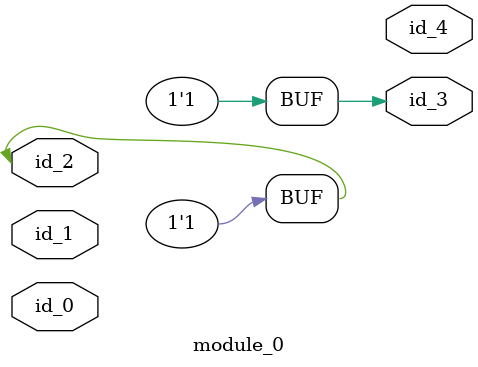
<source format=v>
module module_0 (
    input  id_0,
    input  id_1,
    input  id_2,
    output id_3,
    output id_4
);
  assign id_3 = id_2;
  assign id_3[1'h0] = 1;
endmodule

</source>
